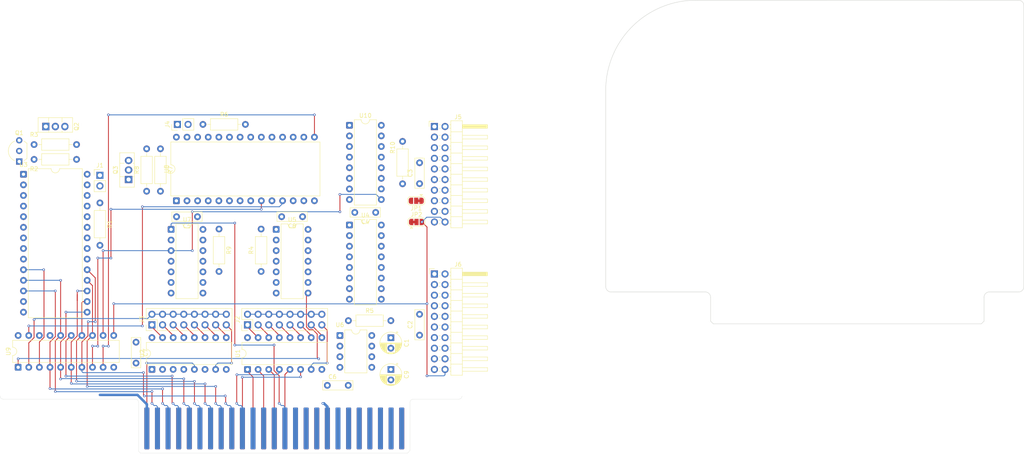
<source format=kicad_pcb>
(kicad_pcb
	(version 20241229)
	(generator "pcbnew")
	(generator_version "9.0")
	(general
		(thickness 1.6)
		(legacy_teardrops no)
	)
	(paper "A4")
	(layers
		(0 "F.Cu" signal)
		(2 "B.Cu" signal)
		(9 "F.Adhes" user "F.Adhesive")
		(11 "B.Adhes" user "B.Adhesive")
		(13 "F.Paste" user)
		(15 "B.Paste" user)
		(5 "F.SilkS" user "F.Silkscreen")
		(7 "B.SilkS" user "B.Silkscreen")
		(1 "F.Mask" user)
		(3 "B.Mask" user)
		(17 "Dwgs.User" user "User.Drawings")
		(19 "Cmts.User" user "User.Comments")
		(21 "Eco1.User" user "User.Eco1")
		(23 "Eco2.User" user "User.Eco2")
		(25 "Edge.Cuts" user)
		(27 "Margin" user)
		(31 "F.CrtYd" user "F.Courtyard")
		(29 "B.CrtYd" user "B.Courtyard")
		(35 "F.Fab" user)
		(33 "B.Fab" user)
		(39 "User.1" user)
		(41 "User.2" user)
		(43 "User.3" user)
		(45 "User.4" user)
	)
	(setup
		(pad_to_mask_clearance 0)
		(allow_soldermask_bridges_in_footprints no)
		(tenting front back)
		(pcbplotparams
			(layerselection 0x00000000_00000000_55555555_5755f5ff)
			(plot_on_all_layers_selection 0x00000000_00000000_00000000_00000000)
			(disableapertmacros no)
			(usegerberextensions no)
			(usegerberattributes yes)
			(usegerberadvancedattributes yes)
			(creategerberjobfile yes)
			(dashed_line_dash_ratio 12.000000)
			(dashed_line_gap_ratio 3.000000)
			(svgprecision 4)
			(plotframeref no)
			(mode 1)
			(useauxorigin no)
			(hpglpennumber 1)
			(hpglpenspeed 20)
			(hpglpendiameter 15.000000)
			(pdf_front_fp_property_popups yes)
			(pdf_back_fp_property_popups yes)
			(pdf_metadata yes)
			(pdf_single_document no)
			(dxfpolygonmode yes)
			(dxfimperialunits yes)
			(dxfusepcbnewfont yes)
			(psnegative no)
			(psa4output no)
			(plot_black_and_white yes)
			(sketchpadsonfab no)
			(plotpadnumbers no)
			(hidednponfab no)
			(sketchdnponfab yes)
			(crossoutdnponfab yes)
			(subtractmaskfromsilk no)
			(outputformat 1)
			(mirror no)
			(drillshape 1)
			(scaleselection 1)
			(outputdirectory "")
		)
	)
	(net 0 "")
	(net 1 "-12V")
	(net 2 "GND")
	(net 3 "+5V")
	(net 4 "Net-(U6-THR)")
	(net 5 "+12V")
	(net 6 "Net-(J1-Pin_2)")
	(net 7 "~{IOSEL}")
	(net 8 "Net-(J2-Pin_5)")
	(net 9 "Net-(J2-Pin_7)")
	(net 10 "/VCC_SWITCHED_1")
	(net 11 "Net-(J2-Pin_15)")
	(net 12 "Net-(J2-Pin_3)")
	(net 13 "Net-(J2-Pin_9)")
	(net 14 "Net-(J2-Pin_11)")
	(net 15 "Net-(J2-Pin_13)")
	(net 16 "Net-(J2-Pin_1)")
	(net 17 "Net-(J3-Pin_11)")
	(net 18 "Net-(J3-Pin_5)")
	(net 19 "Net-(J3-Pin_7)")
	(net 20 "Net-(J3-Pin_9)")
	(net 21 "Net-(J3-Pin_1)")
	(net 22 "Net-(J3-Pin_13)")
	(net 23 "Net-(J3-Pin_15)")
	(net 24 "Net-(J3-Pin_3)")
	(net 25 "Net-(J4-Pin_2)")
	(net 26 "/PH1")
	(net 27 "/PH0")
	(net 28 "/WR DATA")
	(net 29 "/W PROT")
	(net 30 "/RD DATA")
	(net 31 "/PH2")
	(net 32 "/PH3")
	(net 33 "Net-(J5-Pin_17)")
	(net 34 "/WR REQ")
	(net 35 "Net-(J5-Pin_19)")
	(net 36 "/~{ENBL 1}")
	(net 37 "Net-(J5-Pin_5)")
	(net 38 "/~{ENBL 2}")
	(net 39 "A12")
	(net 40 "D0")
	(net 41 "A10")
	(net 42 "A3")
	(net 43 "A14")
	(net 44 "D3")
	(net 45 "unconnected-(P1-Pin_40-Pad40)")
	(net 46 "2M")
	(net 47 "~{RESET}")
	(net 48 "unconnected-(P1-Pin_30-Pad30)")
	(net 49 "A4")
	(net 50 "~{EXTC}")
	(net 51 "unconnected-(P1-Pin_18-Pad18)")
	(net 52 "unconnected-(P1-Pin_38-Pad38)")
	(net 53 "D1")
	(net 54 "unconnected-(P1-Pin_29-Pad29)")
	(net 55 "A0")
	(net 56 "A15")
	(net 57 "D6")
	(net 58 "unconnected-(P1-Pin_36-Pad36)")
	(net 59 "A5")
	(net 60 "unconnected-(P1-Pin_22-Pad22)")
	(net 61 "~{EXTE}")
	(net 62 "Net-(P1-Pin_24)")
	(net 63 "~{EXT8}")
	(net 64 "unconnected-(P1-Pin_34-Pad34)")
	(net 65 "A8")
	(net 66 "D2")
	(net 67 "A2")
	(net 68 "D7")
	(net 69 "A7")
	(net 70 "Net-(P1-Pin_23)")
	(net 71 "A6")
	(net 72 "unconnected-(P1-Pin_21-Pad21)")
	(net 73 "~{EXT_MEM}")
	(net 74 "D4")
	(net 75 "D5")
	(net 76 "A9")
	(net 77 "A13")
	(net 78 "A11")
	(net 79 "unconnected-(P1-Pin_39-Pad39)")
	(net 80 "~{EXT6}")
	(net 81 "A1")
	(net 82 "Net-(Q1-E)")
	(net 83 "Net-(Q2-B)")
	(net 84 "Net-(Q3-B)")
	(net 85 "Net-(U8-~{CE})")
	(net 86 "Net-(R9-Pad2)")
	(net 87 "Net-(U4-Q6)")
	(net 88 "Net-(U4-Q5)")
	(net 89 "Net-(U4-Q7)")
	(net 90 "Net-(U4-Q4)")
	(net 91 "Net-(U10-D3)")
	(net 92 "Net-(U8-D1)")
	(net 93 "Net-(U10-~{Mr})")
	(net 94 "Net-(U8-A4)")
	(net 95 "Net-(U10-Q3)")
	(net 96 "Net-(U10-Cp)")
	(net 97 "Net-(U8-D3)")
	(net 98 "Net-(U10-Q5)")
	(net 99 "Net-(U10-Q2)")
	(net 100 "Net-(U8-A1)")
	(net 101 "Net-(U10-D2)")
	(net 102 "Net-(U8-D0)")
	(net 103 "Net-(U10-Q1)")
	(net 104 "unconnected-(U6-DIS-Pad7)")
	(net 105 "Net-(U10-D0)")
	(net 106 "unconnected-(U6-CV-Pad5)")
	(net 107 "Net-(U10-D5)")
	(net 108 "Net-(U8-D2)")
	(net 109 "Net-(U10-D1)")
	(net 110 "unconnected-(U9-Q7-Pad17)")
	(net 111 "/VCC_SWITCHED_2")
	(net 112 "/~{IOEN}")
	(net 113 "/~{DEVEN}")
	(footprint "Connector_PinHeader_2.54mm:PinHeader_1x02_P2.54mm_Vertical" (layer "F.Cu") (at 185.42 79.502))
	(footprint "Capacitor_THT:C_Rect_L7.0mm_W2.0mm_P5.00mm" (layer "F.Cu") (at 233.889 89.408 180))
	(footprint "Resistor_THT:R_Axial_DIN0207_L6.3mm_D2.5mm_P10.16mm_Horizontal" (layer "F.Cu") (at 210.058 67.31))
	(footprint "Connector_PinHeader_2.54mm:PinHeader_1x02_P2.54mm_Vertical" (layer "F.Cu") (at 203.962 67.31 90))
	(footprint "Capacitor_THT:CP_Radial_D5.0mm_P2.50mm" (layer "F.Cu") (at 255.016 125.984 -90))
	(footprint "Resistor_THT:R_Axial_DIN0207_L6.3mm_D2.5mm_P10.16mm_Horizontal" (layer "F.Cu") (at 199.898 73.152 -90))
	(footprint "Capacitor_THT:C_Rect_L7.0mm_W2.0mm_P5.00mm" (layer "F.Cu") (at 261.874 117.776 90))
	(footprint "Package_DIP:DIP-16_W7.62mm" (layer "F.Cu") (at 245.105 67.524))
	(footprint "Package_DIP:DIP-16_W7.62mm" (layer "F.Cu") (at 197.861 125.979 90))
	(footprint "Package_TO_SOT_THT:TO-92_Inline_Wide" (layer "F.Cu") (at 166.116 76.2 90))
	(footprint "Resistor_THT:R_Axial_DIN0207_L6.3mm_D2.5mm_P10.16mm_Horizontal" (layer "F.Cu") (at 257.81 81.534 90))
	(footprint "Capacitor_THT:CP_Radial_D5.0mm_P2.50mm" (layer "F.Cu") (at 255.011 118.404 -90))
	(footprint "Resistor_THT:R_Axial_DIN0207_L6.3mm_D2.5mm_P10.16mm_Horizontal" (layer "F.Cu") (at 169.672 72.136))
	(footprint "Package_DIP:DIP-16_W7.62mm" (layer "F.Cu") (at 220.721 125.984 90))
	(footprint "Package_DIP:DIP-28_W15.24mm" (layer "F.Cu") (at 203.708 85.598 90))
	(footprint "Package_DIP:DIP-14_W7.62mm" (layer "F.Cu") (at 227.584 92.456))
	(footprint "Resistor_THT:R_Axial_DIN0207_L6.3mm_D2.5mm_P10.16mm_Horizontal" (layer "F.Cu") (at 185.42 86.106 -90))
	(footprint "Capacitor_THT:C_Rect_L7.0mm_W2.0mm_P5.00mm" (layer "F.Cu") (at 261.874 81.494 90))
	(footprint "Jumper:SolderJumper-3_P1.3mm_Bridged12_RoundedPad1.0x1.5mm" (layer "F.Cu") (at 261.142 90.678))
	(footprint "Resistor_THT:R_Axial_DIN0207_L6.3mm_D2.5mm_P10.16mm_Horizontal" (layer "F.Cu") (at 213.908 92.367 -90))
	(footprint "Package_DIP:DIP-28_W15.24mm" (layer "F.Cu") (at 167.132 79.248))
	(footprint "Capacitor_THT:C_Rect_L7.0mm_W2.0mm_P5.00mm" (layer "F.Cu") (at 251.38 88.392 180))
	(footprint "Capacitor_THT:C_Rect_L7.0mm_W2.0mm_P5.00mm" (layer "F.Cu") (at 194.056 119.46 -90))
	(footprint "Capacitor_THT:C_Rect_L7.0mm_W2.0mm_P5.00mm" (layer "F.Cu") (at 208.748 89.413 180))
	(footprint "Package_TO_SOT_THT:TO-126-3_Vertical" (layer "F.Cu") (at 172.478 67.818))
	(footprint "Package_DIP:DIP-14_W7.62mm" (layer "F.Cu") (at 202.443 92.456))
	(footprint "Resistor_THT:R_Axial_DIN0207_L6.3mm_D2.5mm_P10.16mm_Horizontal"
		(layer "F.Cu")
		(uuid "a3fd79da-f5d5-4ae4-9621-898f304ff506")
		(at 244.851 114.3)
		(descr "Resistor, Axial_DIN0207 series, Axial, Horizontal, pin pitch=10.16mm, 0.25W = 1/4W, length*diameter=6.3*2.5mm^2, http://cdn-reichelt.de/documents/datenblatt/B400/1_4W%23YAG.pdf")
		(tags "Resistor Axial_DIN0207 series Axial Horizontal pin pitch 10.16mm 0.25W = 1/4W length 6.3mm diameter 2.5mm")
		(property "Reference" "R5"
			(at 5.08 -2.37 0)
			(layer "F.SilkS")
			(uuid "9c6b700b-b56f-454a-af08-cbb92ee0419a")
			(effects
				(font
					(size 1 1)
					(thickness 0.15)
				)
			)
		)
		(property "Value" "47K"
			(at 5.08 2.37 0)
			(layer "F.Fab")
			(uuid "59038263-5bfc-4502-9e63-17686569948d")
			(effects
				(font
					(size 1 1)
					(thickness 0.15)
				)
			)
		)
		(property "Datasheet" ""
			(at 0 0 0)
			(unlocked yes)
			(layer "F.Fab")
			(hide yes)
			(uuid "451e5c88-4e24-4863-a615-27044dbe0c7a")
			(effects
				(font
					(size 1.27 1.27)
					(thickness 0.15)
				)
			)
		)
		(property "Description" "Resistor, small symbol"
			(at 0 0 0)
			(unlocked yes)
			(layer "F.Fab")
			(hide yes)
			(uuid "ff008a55-37e8-44c0-bf53-7e7561ef5750")
			(effects
				(font
					(size 1.27 1.27)
					(thickness 0.15)
				)
			)
		)
		(property ki_fp_filters "R_*")
		(path "/0a9e3eae-f6aa-4726-95a0-baa5697c9c68")
		(sheetname "/")
		(sheetfile "TK2000_DiskInterface_REDUX.kicad_sch")
		(attr through_hole)
		(fp_line
			(start 1.04 0)
			(end 1.81 0)
			(stroke
				(width 0.12)
				(type solid)
			)
			(layer "F.SilkS")
			(uuid "a630116e-10dc-4ef2-a442-a6f0fd3f75eb")
		)
		(fp_line
			(start 1.81 -1.37)
			(end 1.81 1.37)
			(stroke
				(width 0.12)
				(type solid)
			)
			(layer "F.SilkS")
			(uuid "729f8d0c-d614-4153-be3b-6baa6e5385c4")
		)
		(fp_line
			(start 1.81 1.37)
			(end 8.35 1.37)
			(stroke
				(width 0.12)
				(type solid)
			)
			(layer "F.SilkS")
			(uuid "992273d0-000c-4bc0-bee8-f1216b2ba043")
		)
		(fp_line
			(start 8.35 -1.37)
			(end 1.81 -1.37)
			(stroke
				(width 0.12)
				(type solid)
			)
			(layer "F.SilkS")
			(uuid "a9b63733-6e81-455e-b6c1-451b64372f22")
		)
		(fp_line
			(start 8.35 1.37)
			(end 8.35 -1.37)
			(stroke
				(width 0.12)
				(type solid)
			)
			(layer "F.SilkS")
			(uuid "90083b9f-7d28-4ed0-a18e-c6019e6b0e30")
		)
		(fp_line
			(start 9.12 0)
			(end 8.35 0)
			(stroke
				(width 0.12)
				(type solid)
			)
			(layer "F.SilkS")
			(uuid "5694fe5b-57bc-4be2-8ef2-83bc8a9555e4")
		)
		(fp_line
			(start -1.05 -1.5)
			(end -1.05 1.5)
			(stroke
				(width 0.05)
				(type solid)
			)
			(layer "F.CrtYd")
			(uuid "87cd9991-4586-4e07-b07e-d88529961560")
		)
		(fp_line
			(start -1.05 1.5)
			(end 11.21 1.5)
			(stroke
				(width 0.05)
				(type solid)
			)
			(layer "F.CrtYd")
			(uuid "bd9f9d97-62c5-489d-88c0-532c339a6422")
		)
		(fp_line
			(start 11.21 -1.5)
			(end -1.05 -1.5)
			(stroke
				(width 0.05)
				(type solid)
			)
			(layer "F.CrtYd")
			(uuid "1dc7a5c5-7d99-491b
... [211154 chars truncated]
</source>
